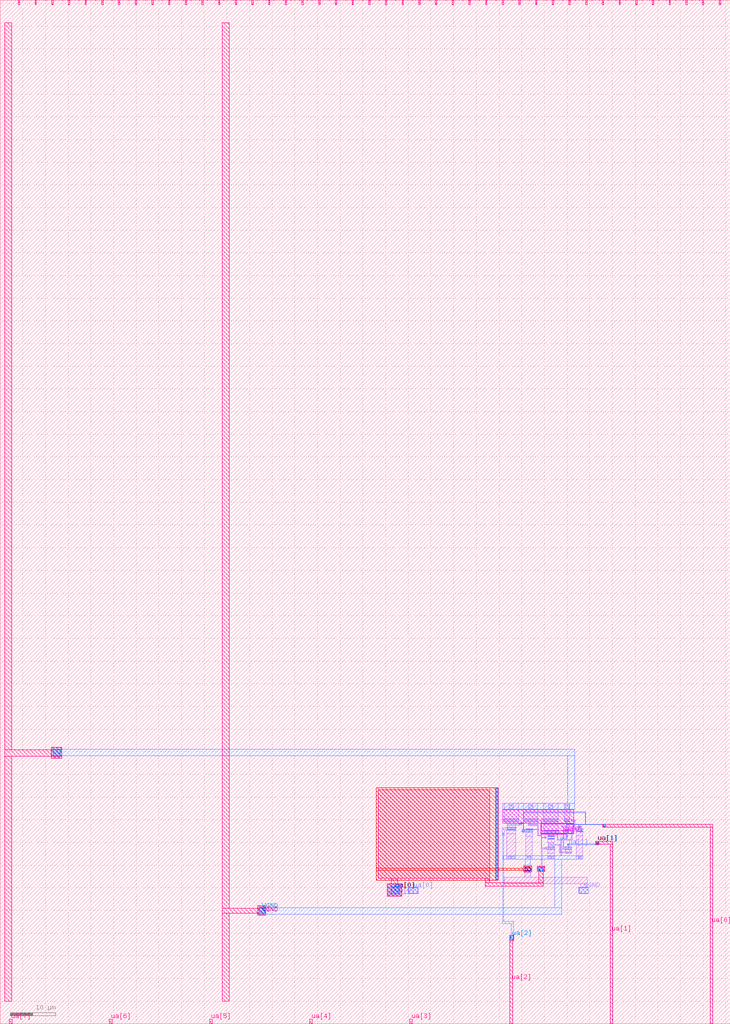
<source format=lef>
VERSION 5.7 ;
  NOWIREEXTENSIONATPIN ON ;
  DIVIDERCHAR "/" ;
  BUSBITCHARS "[]" ;
MACRO tt_um_duk_lif
  CLASS BLOCK ;
  FOREIGN tt_um_duk_lif ;
  ORIGIN 0.000 0.000 ;
  SIZE 161.000 BY 225.760 ;
  PIN clk
    DIRECTION INPUT ;
    USE SIGNAL ;
    PORT
      LAYER met4 ;
        RECT 154.870 224.760 155.170 225.760 ;
    END
  END clk
  PIN ena
    DIRECTION INPUT ;
    USE SIGNAL ;
    PORT
      LAYER met4 ;
        RECT 158.550 224.760 158.850 225.760 ;
    END
  END ena
  PIN rst_n
    DIRECTION INPUT ;
    USE SIGNAL ;
    PORT
      LAYER met4 ;
        RECT 151.190 224.760 151.490 225.760 ;
    END
  END rst_n
  PIN ua[0]
    DIRECTION INOUT ;
    USE SIGNAL ;
    ANTENNAGATEAREA 1.976400 ;
    ANTENNADIFFAREA 28.198374 ;
    PORT
      LAYER nwell ;
        RECT 110.800 44.260 126.530 47.210 ;
        RECT 114.370 44.075 115.245 44.260 ;
        RECT 119.155 44.055 126.530 44.260 ;
        RECT 119.155 42.525 126.515 44.055 ;
        RECT 119.155 42.045 126.510 42.525 ;
        RECT 119.155 41.850 126.490 42.045 ;
        RECT 119.155 41.820 124.860 41.850 ;
        RECT 123.365 41.785 124.860 41.820 ;
        RECT 123.365 41.760 124.795 41.785 ;
      LAYER li1 ;
        RECT 111.105 45.190 114.355 48.660 ;
        RECT 115.330 45.195 118.580 48.660 ;
        RECT 111.090 45.020 114.370 45.190 ;
        RECT 115.320 45.025 118.600 45.195 ;
        RECT 119.790 45.190 123.040 48.660 ;
        RECT 115.320 44.555 118.600 44.725 ;
        RECT 119.175 44.650 119.510 45.075 ;
        RECT 119.770 45.020 123.050 45.190 ;
        RECT 124.410 45.185 125.610 48.660 ;
        RECT 124.390 45.015 125.630 45.185 ;
        RECT 116.495 43.950 116.875 44.555 ;
        RECT 116.495 43.935 118.695 43.950 ;
        RECT 116.495 43.700 118.705 43.935 ;
        RECT 118.490 42.930 118.705 43.700 ;
        RECT 115.190 42.355 115.650 42.835 ;
        RECT 115.870 42.760 118.710 42.930 ;
        RECT 118.490 41.605 118.705 42.760 ;
        RECT 119.275 42.565 119.445 44.650 ;
        RECT 119.770 44.550 123.050 44.720 ;
        RECT 120.135 44.270 122.930 44.550 ;
        RECT 124.390 44.545 125.630 44.715 ;
        RECT 124.885 44.350 125.055 44.545 ;
        RECT 120.135 44.100 124.005 44.270 ;
        RECT 124.880 44.145 125.055 44.350 ;
        RECT 120.135 43.910 122.930 44.100 ;
        RECT 119.880 42.700 123.120 43.910 ;
        RECT 123.835 43.515 124.005 44.100 ;
        RECT 124.815 43.805 125.140 44.145 ;
        RECT 123.835 43.510 125.345 43.515 ;
        RECT 123.835 43.345 125.355 43.510 ;
        RECT 124.555 42.920 125.355 43.345 ;
        RECT 127.445 43.215 127.890 43.585 ;
        RECT 127.550 42.980 127.760 43.215 ;
        RECT 124.535 42.750 125.375 42.920 ;
        RECT 126.985 42.810 128.525 42.980 ;
        RECT 119.180 42.170 119.555 42.565 ;
        RECT 119.860 42.530 123.140 42.700 ;
        RECT 119.290 41.605 119.460 42.170 ;
        RECT 118.490 41.425 119.465 41.605 ;
        RECT 118.505 41.420 119.465 41.425 ;
        RECT 119.290 41.175 119.460 41.420 ;
        RECT 120.085 41.175 120.390 41.255 ;
        RECT 119.290 41.150 120.390 41.175 ;
        RECT 119.285 41.005 120.390 41.150 ;
        RECT 119.285 38.795 119.460 41.005 ;
        RECT 120.085 40.900 120.390 41.005 ;
        RECT 120.205 38.795 120.545 38.890 ;
        RECT 119.285 38.620 120.545 38.795 ;
        RECT 119.285 34.755 119.500 38.620 ;
        RECT 120.205 38.540 120.545 38.620 ;
        RECT 118.465 33.585 120.130 34.755 ;
        RECT 85.405 30.105 88.605 30.860 ;
        RECT 85.405 28.695 92.135 30.105 ;
        RECT 85.405 28.070 88.605 28.695 ;
      LAYER mcon ;
        RECT 112.305 47.580 113.140 48.335 ;
        RECT 116.580 47.570 117.415 48.325 ;
        RECT 120.970 47.565 121.805 48.320 ;
        RECT 111.170 45.020 114.290 45.190 ;
        RECT 115.400 45.025 118.520 45.195 ;
        RECT 124.615 47.545 125.450 48.300 ;
        RECT 115.400 44.555 118.520 44.725 ;
        RECT 119.850 45.020 122.970 45.190 ;
        RECT 124.470 45.015 125.550 45.185 ;
        RECT 115.250 42.440 115.600 42.770 ;
        RECT 115.950 42.760 117.330 42.930 ;
        RECT 119.850 44.550 122.970 44.720 ;
        RECT 124.470 44.545 125.550 44.715 ;
        RECT 124.875 43.860 125.075 44.070 ;
        RECT 127.575 43.305 127.785 43.490 ;
        RECT 124.615 42.750 125.295 42.920 ;
        RECT 127.065 42.810 128.445 42.980 ;
        RECT 119.940 42.530 123.060 42.700 ;
        RECT 118.780 33.735 119.795 34.570 ;
        RECT 86.220 28.720 87.980 30.215 ;
        RECT 90.065 28.775 92.050 30.025 ;
      LAYER met1 ;
        RECT 11.280 60.590 13.530 60.980 ;
        RECT 11.280 59.065 126.730 60.590 ;
        RECT 11.280 58.520 13.530 59.065 ;
        RECT 125.205 48.660 126.730 59.065 ;
        RECT 110.800 47.265 126.730 48.660 ;
        RECT 110.800 47.260 126.485 47.265 ;
        RECT 115.325 46.530 129.175 46.715 ;
        RECT 115.330 45.675 115.495 46.530 ;
        RECT 115.335 45.225 115.495 45.675 ;
        RECT 111.110 44.990 114.350 45.220 ;
        RECT 115.335 44.995 118.580 45.225 ;
        RECT 115.335 44.755 115.495 44.995 ;
        RECT 119.790 44.990 123.030 45.220 ;
        RECT 124.410 44.985 125.610 45.215 ;
        RECT 115.335 44.525 118.580 44.755 ;
        RECT 115.335 42.920 115.495 44.525 ;
        RECT 119.790 44.520 123.030 44.750 ;
        RECT 124.410 44.515 125.610 44.745 ;
        RECT 124.815 44.040 125.140 44.145 ;
        RECT 129.005 44.040 129.175 46.530 ;
        RECT 124.815 43.900 133.460 44.040 ;
        RECT 124.815 43.895 129.175 43.900 ;
        RECT 129.525 43.895 133.460 43.900 ;
        RECT 124.815 43.805 125.140 43.895 ;
        RECT 127.600 43.585 127.740 43.895 ;
        RECT 127.445 43.215 127.890 43.585 ;
        RECT 132.870 43.390 133.460 43.895 ;
        RECT 115.110 42.255 115.725 42.920 ;
        RECT 115.890 42.730 117.390 42.960 ;
        RECT 119.880 42.500 123.120 42.730 ;
        RECT 124.555 42.720 125.355 42.950 ;
        RECT 127.005 42.780 128.505 43.010 ;
        RECT 115.335 42.250 115.550 42.255 ;
        RECT 118.465 33.585 120.130 34.755 ;
        RECT 85.405 28.070 88.605 30.860 ;
        RECT 90.005 28.745 92.110 30.055 ;
      LAYER via ;
        RECT 11.700 59.100 13.180 60.480 ;
        RECT 132.970 43.490 133.380 43.950 ;
        RECT 118.780 33.735 119.795 34.570 ;
        RECT 86.220 28.720 87.980 30.215 ;
      LAYER met2 ;
        RECT 11.280 58.520 13.530 60.980 ;
        RECT 132.870 43.390 133.460 44.040 ;
        RECT 118.465 33.585 120.130 34.755 ;
        RECT 85.405 28.070 88.605 30.860 ;
      LAYER via2 ;
        RECT 11.700 59.100 13.180 60.480 ;
        RECT 132.970 43.490 133.380 43.950 ;
        RECT 118.780 33.735 119.795 34.570 ;
        RECT 86.220 28.720 87.980 30.215 ;
      LAYER met3 ;
        RECT 11.280 58.520 13.530 60.980 ;
        RECT 132.870 43.390 133.460 44.040 ;
        RECT 118.465 33.585 120.130 34.755 ;
        RECT 85.405 28.070 88.605 30.860 ;
      LAYER via3 ;
        RECT 11.700 59.100 13.180 60.480 ;
        RECT 132.970 43.490 133.380 43.950 ;
        RECT 118.780 33.735 119.795 34.570 ;
        RECT 86.220 28.720 87.980 30.215 ;
      LAYER met4 ;
        RECT 1.000 60.400 2.500 220.760 ;
        RECT 11.280 60.400 13.530 60.980 ;
        RECT 1.000 59.040 13.530 60.400 ;
        RECT 1.000 5.000 2.500 59.040 ;
        RECT 11.280 58.520 13.530 59.040 ;
        RECT 83.365 32.045 107.975 51.655 ;
        RECT 132.870 43.990 133.460 44.040 ;
        RECT 132.870 43.390 157.160 43.990 ;
        RECT 118.465 33.585 120.130 34.755 ;
        RECT 86.200 30.860 87.615 32.045 ;
        RECT 107.015 31.145 107.975 32.045 ;
        RECT 118.780 31.145 119.800 33.585 ;
        RECT 107.015 31.130 119.800 31.145 ;
        RECT 85.405 28.070 88.605 30.860 ;
        RECT 107.015 30.330 119.765 31.130 ;
        RECT 156.560 0.000 157.160 43.390 ;
    END
  END ua[0]
  PIN ua[1]
    DIRECTION INOUT ;
    USE SIGNAL ;
    ANTENNADIFFAREA 0.435000 ;
    PORT
      LAYER li1 ;
        RECT 125.080 39.335 125.525 39.705 ;
        RECT 125.185 39.040 125.405 39.335 ;
        RECT 124.540 38.870 126.080 39.040 ;
      LAYER mcon ;
        RECT 125.195 39.415 125.390 39.640 ;
        RECT 124.620 38.870 126.000 39.040 ;
      LAYER met1 ;
        RECT 125.080 39.650 125.525 39.705 ;
        RECT 131.380 39.650 132.040 40.200 ;
        RECT 125.080 39.445 132.040 39.650 ;
        RECT 125.080 39.335 125.525 39.445 ;
        RECT 131.380 39.440 132.040 39.445 ;
        RECT 124.560 38.840 126.060 39.070 ;
      LAYER via ;
        RECT 131.520 39.610 131.940 40.080 ;
      LAYER met2 ;
        RECT 131.380 39.440 132.040 40.200 ;
      LAYER via2 ;
        RECT 131.520 39.610 131.940 40.080 ;
      LAYER met3 ;
        RECT 131.380 39.440 132.040 40.200 ;
      LAYER via3 ;
        RECT 131.520 39.610 131.940 40.080 ;
      LAYER met4 ;
        RECT 131.380 39.600 135.080 40.200 ;
        RECT 131.380 39.440 132.040 39.600 ;
        RECT 134.480 0.000 135.080 39.600 ;
    END
  END ua[1]
  PIN ua[2]
    DIRECTION INOUT ;
    USE SIGNAL ;
    PORT
      LAYER met2 ;
        RECT 110.705 41.525 111.175 42.000 ;
        RECT 110.785 22.560 111.100 41.525 ;
        RECT 110.680 22.035 113.230 22.560 ;
        RECT 112.705 19.475 113.230 22.035 ;
        RECT 112.400 18.330 113.235 19.475 ;
      LAYER via2 ;
        RECT 112.500 18.475 113.130 19.300 ;
      LAYER met3 ;
        RECT 112.400 18.330 113.235 19.475 ;
      LAYER via3 ;
        RECT 112.500 18.475 113.130 19.300 ;
      LAYER met4 ;
        RECT 112.400 18.330 113.235 19.475 ;
        RECT 112.400 0.000 113.000 18.330 ;
    END
  END ua[2]
  PIN ua[3]
    DIRECTION INOUT ;
    USE SIGNAL ;
    PORT
      LAYER met4 ;
        RECT 90.320 0.000 90.920 1.000 ;
    END
  END ua[3]
  PIN ua[4]
    DIRECTION INOUT ;
    USE SIGNAL ;
    PORT
      LAYER met4 ;
        RECT 68.240 0.000 68.840 1.000 ;
    END
  END ua[4]
  PIN ua[5]
    DIRECTION INOUT ;
    USE SIGNAL ;
    PORT
      LAYER met4 ;
        RECT 46.160 0.000 46.760 1.000 ;
    END
  END ua[5]
  PIN ua[6]
    DIRECTION INOUT ;
    USE SIGNAL ;
    PORT
      LAYER met4 ;
        RECT 24.080 0.000 24.680 1.000 ;
    END
  END ua[6]
  PIN ua[7]
    DIRECTION INOUT ;
    USE SIGNAL ;
    PORT
      LAYER met4 ;
        RECT 2.000 0.000 2.600 1.000 ;
    END
  END ua[7]
  PIN ui_in[0]
    DIRECTION INPUT ;
    USE SIGNAL ;
    PORT
      LAYER met4 ;
        RECT 147.510 224.760 147.810 225.760 ;
    END
  END ui_in[0]
  PIN ui_in[1]
    DIRECTION INPUT ;
    USE SIGNAL ;
    PORT
      LAYER met4 ;
        RECT 143.830 224.760 144.130 225.760 ;
    END
  END ui_in[1]
  PIN ui_in[2]
    DIRECTION INPUT ;
    USE SIGNAL ;
    PORT
      LAYER met4 ;
        RECT 140.150 224.760 140.450 225.760 ;
    END
  END ui_in[2]
  PIN ui_in[3]
    DIRECTION INPUT ;
    USE SIGNAL ;
    PORT
      LAYER met4 ;
        RECT 136.470 224.760 136.770 225.760 ;
    END
  END ui_in[3]
  PIN ui_in[4]
    DIRECTION INPUT ;
    USE SIGNAL ;
    PORT
      LAYER met4 ;
        RECT 132.790 224.760 133.090 225.760 ;
    END
  END ui_in[4]
  PIN ui_in[5]
    DIRECTION INPUT ;
    USE SIGNAL ;
    PORT
      LAYER met4 ;
        RECT 129.110 224.760 129.410 225.760 ;
    END
  END ui_in[5]
  PIN ui_in[6]
    DIRECTION INPUT ;
    USE SIGNAL ;
    PORT
      LAYER met4 ;
        RECT 125.430 224.760 125.730 225.760 ;
    END
  END ui_in[6]
  PIN ui_in[7]
    DIRECTION INPUT ;
    USE SIGNAL ;
    PORT
      LAYER met4 ;
        RECT 121.750 224.760 122.050 225.760 ;
    END
  END ui_in[7]
  PIN uio_in[0]
    DIRECTION INPUT ;
    USE SIGNAL ;
    PORT
      LAYER met4 ;
        RECT 118.070 224.760 118.370 225.760 ;
    END
  END uio_in[0]
  PIN uio_in[1]
    DIRECTION INPUT ;
    USE SIGNAL ;
    PORT
      LAYER met4 ;
        RECT 114.390 224.760 114.690 225.760 ;
    END
  END uio_in[1]
  PIN uio_in[2]
    DIRECTION INPUT ;
    USE SIGNAL ;
    PORT
      LAYER met4 ;
        RECT 110.710 224.760 111.010 225.760 ;
    END
  END uio_in[2]
  PIN uio_in[3]
    DIRECTION INPUT ;
    USE SIGNAL ;
    PORT
      LAYER met4 ;
        RECT 107.030 224.760 107.330 225.760 ;
    END
  END uio_in[3]
  PIN uio_in[4]
    DIRECTION INPUT ;
    USE SIGNAL ;
    PORT
      LAYER met4 ;
        RECT 103.350 224.760 103.650 225.760 ;
    END
  END uio_in[4]
  PIN uio_in[5]
    DIRECTION INPUT ;
    USE SIGNAL ;
    PORT
      LAYER met4 ;
        RECT 99.670 224.760 99.970 225.760 ;
    END
  END uio_in[5]
  PIN uio_in[6]
    DIRECTION INPUT ;
    USE SIGNAL ;
    PORT
      LAYER met4 ;
        RECT 95.990 224.760 96.290 225.760 ;
    END
  END uio_in[6]
  PIN uio_in[7]
    DIRECTION INPUT ;
    USE SIGNAL ;
    PORT
      LAYER met4 ;
        RECT 92.310 224.760 92.610 225.760 ;
    END
  END uio_in[7]
  PIN uio_oe[0]
    DIRECTION OUTPUT ;
    USE SIGNAL ;
    PORT
      LAYER met4 ;
        RECT 29.750 224.760 30.050 225.760 ;
    END
  END uio_oe[0]
  PIN uio_oe[1]
    DIRECTION OUTPUT ;
    USE SIGNAL ;
    PORT
      LAYER met4 ;
        RECT 26.070 224.760 26.370 225.760 ;
    END
  END uio_oe[1]
  PIN uio_oe[2]
    DIRECTION OUTPUT ;
    USE SIGNAL ;
    PORT
      LAYER met4 ;
        RECT 22.390 224.760 22.690 225.760 ;
    END
  END uio_oe[2]
  PIN uio_oe[3]
    DIRECTION OUTPUT ;
    USE SIGNAL ;
    PORT
      LAYER met4 ;
        RECT 18.710 224.760 19.010 225.760 ;
    END
  END uio_oe[3]
  PIN uio_oe[4]
    DIRECTION OUTPUT ;
    USE SIGNAL ;
    PORT
      LAYER met4 ;
        RECT 15.030 224.760 15.330 225.760 ;
    END
  END uio_oe[4]
  PIN uio_oe[5]
    DIRECTION OUTPUT ;
    USE SIGNAL ;
    PORT
      LAYER met4 ;
        RECT 11.350 224.760 11.650 225.760 ;
    END
  END uio_oe[5]
  PIN uio_oe[6]
    DIRECTION OUTPUT ;
    USE SIGNAL ;
    PORT
      LAYER met4 ;
        RECT 7.670 224.760 7.970 225.760 ;
    END
  END uio_oe[6]
  PIN uio_oe[7]
    DIRECTION OUTPUT ;
    USE SIGNAL ;
    PORT
      LAYER met4 ;
        RECT 3.990 224.760 4.290 225.760 ;
    END
  END uio_oe[7]
  PIN uio_out[0]
    DIRECTION OUTPUT ;
    USE SIGNAL ;
    PORT
      LAYER met4 ;
        RECT 59.190 224.760 59.490 225.760 ;
    END
  END uio_out[0]
  PIN uio_out[1]
    DIRECTION OUTPUT ;
    USE SIGNAL ;
    PORT
      LAYER met4 ;
        RECT 55.510 224.760 55.810 225.760 ;
    END
  END uio_out[1]
  PIN uio_out[2]
    DIRECTION OUTPUT ;
    USE SIGNAL ;
    PORT
      LAYER met4 ;
        RECT 51.830 224.760 52.130 225.760 ;
    END
  END uio_out[2]
  PIN uio_out[3]
    DIRECTION OUTPUT ;
    USE SIGNAL ;
    PORT
      LAYER met4 ;
        RECT 48.150 224.760 48.450 225.760 ;
    END
  END uio_out[3]
  PIN uio_out[4]
    DIRECTION OUTPUT ;
    USE SIGNAL ;
    PORT
      LAYER met4 ;
        RECT 44.470 224.760 44.770 225.760 ;
    END
  END uio_out[4]
  PIN uio_out[5]
    DIRECTION OUTPUT ;
    USE SIGNAL ;
    PORT
      LAYER met4 ;
        RECT 40.790 224.760 41.090 225.760 ;
    END
  END uio_out[5]
  PIN uio_out[6]
    DIRECTION OUTPUT ;
    USE SIGNAL ;
    PORT
      LAYER met4 ;
        RECT 37.110 224.760 37.410 225.760 ;
    END
  END uio_out[6]
  PIN uio_out[7]
    DIRECTION OUTPUT ;
    USE SIGNAL ;
    PORT
      LAYER met4 ;
        RECT 33.430 224.760 33.730 225.760 ;
    END
  END uio_out[7]
  PIN uo_out[0]
    DIRECTION OUTPUT ;
    USE SIGNAL ;
    PORT
      LAYER met4 ;
        RECT 88.630 224.760 88.930 225.760 ;
    END
  END uo_out[0]
  PIN uo_out[1]
    DIRECTION OUTPUT ;
    USE SIGNAL ;
    PORT
      LAYER met4 ;
        RECT 84.950 224.760 85.250 225.760 ;
    END
  END uo_out[1]
  PIN uo_out[2]
    DIRECTION OUTPUT ;
    USE SIGNAL ;
    PORT
      LAYER met4 ;
        RECT 81.270 224.760 81.570 225.760 ;
    END
  END uo_out[2]
  PIN uo_out[3]
    DIRECTION OUTPUT ;
    USE SIGNAL ;
    PORT
      LAYER met4 ;
        RECT 77.590 224.760 77.890 225.760 ;
    END
  END uo_out[3]
  PIN uo_out[4]
    DIRECTION OUTPUT ;
    USE SIGNAL ;
    PORT
      LAYER met4 ;
        RECT 73.910 224.760 74.210 225.760 ;
    END
  END uo_out[4]
  PIN uo_out[5]
    DIRECTION OUTPUT ;
    USE SIGNAL ;
    PORT
      LAYER met4 ;
        RECT 70.230 224.760 70.530 225.760 ;
    END
  END uo_out[5]
  PIN uo_out[6]
    DIRECTION OUTPUT ;
    USE SIGNAL ;
    PORT
      LAYER met4 ;
        RECT 66.550 224.760 66.850 225.760 ;
    END
  END uo_out[6]
  PIN uo_out[7]
    DIRECTION OUTPUT ;
    USE SIGNAL ;
    PORT
      LAYER met4 ;
        RECT 62.870 224.760 63.170 225.760 ;
    END
  END uo_out[7]
  PIN VGND
    DIRECTION INOUT ;
    USE GROUND ;
    PORT
      LAYER li1 ;
        RECT 111.720 42.665 113.760 42.835 ;
        RECT 111.740 41.930 113.740 42.665 ;
        RECT 115.870 42.290 117.410 42.460 ;
        RECT 111.750 36.320 113.740 41.930 ;
        RECT 115.885 41.330 117.390 42.290 ;
        RECT 124.535 42.280 125.375 42.450 ;
        RECT 126.985 42.340 128.525 42.510 ;
        RECT 124.870 41.625 125.040 42.280 ;
        RECT 115.940 36.320 117.300 41.330 ;
        RECT 124.800 41.275 125.145 41.625 ;
        RECT 127.005 41.510 128.505 42.340 ;
        RECT 120.760 38.385 122.300 38.555 ;
        RECT 120.780 37.560 122.280 38.385 ;
        RECT 120.790 36.320 122.275 37.560 ;
        RECT 127.010 36.320 128.500 41.510 ;
        RECT 115.430 33.565 117.220 34.715 ;
        RECT 115.635 33.315 117.050 33.565 ;
        RECT 115.630 32.280 117.050 33.315 ;
        RECT 111.155 30.865 129.495 32.280 ;
        RECT 128.080 30.105 129.495 30.865 ;
        RECT 127.575 28.695 129.735 30.105 ;
      LAYER mcon ;
        RECT 111.800 42.665 113.680 42.835 ;
        RECT 115.950 42.290 117.330 42.460 ;
        RECT 124.615 42.280 125.295 42.450 ;
        RECT 127.065 42.340 128.445 42.510 ;
        RECT 124.880 41.350 125.055 41.525 ;
        RECT 112.045 36.510 113.410 36.915 ;
        RECT 120.840 38.385 122.220 38.555 ;
        RECT 116.240 36.560 117.010 36.950 ;
        RECT 120.945 36.510 122.095 36.930 ;
        RECT 127.435 36.525 128.135 36.980 ;
        RECT 115.780 33.760 116.885 34.535 ;
        RECT 127.660 28.775 129.645 30.025 ;
      LAYER met1 ;
        RECT 111.740 42.635 113.740 42.865 ;
        RECT 115.890 42.260 117.390 42.490 ;
        RECT 124.555 42.250 125.355 42.480 ;
        RECT 127.005 42.310 128.505 42.540 ;
        RECT 124.800 41.275 125.145 41.625 ;
        RECT 124.855 41.090 125.095 41.275 ;
        RECT 123.590 40.850 125.095 41.090 ;
        RECT 120.780 38.355 122.280 38.585 ;
        RECT 123.590 37.100 123.830 40.850 ;
        RECT 110.950 36.320 128.510 37.100 ;
        RECT 115.835 34.940 116.885 36.320 ;
        RECT 115.430 33.565 117.220 34.940 ;
        RECT 56.800 25.635 58.550 26.030 ;
        RECT 122.345 25.635 123.795 36.320 ;
        RECT 127.600 28.745 129.705 30.055 ;
        RECT 56.800 24.185 123.795 25.635 ;
        RECT 56.800 23.890 58.550 24.185 ;
      LAYER via ;
        RECT 115.780 33.760 116.885 34.535 ;
        RECT 57.070 24.380 58.280 25.570 ;
      LAYER met2 ;
        RECT 115.430 33.565 117.220 34.715 ;
        RECT 56.800 23.890 58.550 26.030 ;
      LAYER via2 ;
        RECT 115.780 33.760 116.885 34.535 ;
        RECT 57.070 24.380 58.280 25.570 ;
      LAYER met3 ;
        RECT 82.970 34.275 109.830 52.050 ;
        RECT 115.430 34.275 117.220 34.715 ;
        RECT 82.970 33.860 117.220 34.275 ;
        RECT 82.970 31.650 109.830 33.860 ;
        RECT 115.430 33.565 117.220 33.860 ;
        RECT 56.800 23.890 58.550 26.030 ;
      LAYER via3 ;
        RECT 109.410 31.790 109.730 51.910 ;
        RECT 57.070 24.380 58.280 25.570 ;
      LAYER met4 ;
        RECT 49.000 25.460 50.500 220.760 ;
        RECT 109.330 31.710 109.810 51.990 ;
        RECT 56.800 25.460 58.550 26.030 ;
        RECT 49.000 24.340 58.550 25.460 ;
        RECT 49.000 5.000 50.500 24.340 ;
        RECT 56.800 23.890 58.550 24.340 ;
    END
  END VGND
  OBS
      LAYER li1 ;
        RECT 125.945 44.985 126.275 45.050 ;
        RECT 126.570 44.985 126.780 44.990 ;
        RECT 125.945 44.815 126.780 44.985 ;
        RECT 111.090 44.550 114.370 44.720 ;
        RECT 125.945 44.710 126.275 44.815 ;
        RECT 111.805 43.955 113.685 44.550 ;
        RECT 114.650 44.140 114.985 44.415 ;
        RECT 114.710 43.955 114.925 44.140 ;
        RECT 111.805 43.770 114.925 43.955 ;
        RECT 111.805 43.305 113.685 43.770 ;
        RECT 126.570 43.420 126.780 44.815 ;
        RECT 110.705 43.185 111.175 43.210 ;
        RECT 110.705 42.790 111.495 43.185 ;
        RECT 111.720 43.135 113.760 43.305 ;
        RECT 125.900 43.250 126.780 43.420 ;
        RECT 110.705 41.525 111.175 42.790 ;
        RECT 124.045 42.430 124.360 42.765 ;
        RECT 119.860 42.060 123.140 42.230 ;
        RECT 120.760 41.780 122.140 42.060 ;
        RECT 120.760 41.605 122.965 41.780 ;
        RECT 120.760 41.405 122.140 41.605 ;
        RECT 120.710 41.235 122.250 41.405 ;
        RECT 122.795 41.240 122.965 41.605 ;
        RECT 122.795 41.050 122.970 41.240 ;
        RECT 120.710 40.765 122.250 40.935 ;
        RECT 120.730 39.960 122.230 40.765 ;
        RECT 122.800 40.680 122.970 41.050 ;
        RECT 124.115 40.680 124.295 42.430 ;
        RECT 125.900 40.680 126.130 43.250 ;
        RECT 126.570 42.880 126.780 43.250 ;
        RECT 126.430 42.480 126.800 42.880 ;
        RECT 122.800 40.510 126.130 40.680 ;
        RECT 120.875 39.595 122.090 39.960 ;
        RECT 120.875 39.585 123.495 39.595 ;
        RECT 120.875 39.415 123.500 39.585 ;
        RECT 120.875 39.025 122.090 39.415 ;
        RECT 120.760 38.855 122.300 39.025 ;
        RECT 123.295 37.930 123.500 39.415 ;
        RECT 124.115 38.915 124.305 40.510 ;
        RECT 124.515 40.505 125.935 40.510 ;
        RECT 124.085 38.535 124.360 38.915 ;
        RECT 124.540 38.400 126.080 38.570 ;
        RECT 124.555 37.930 126.065 38.400 ;
        RECT 123.295 37.745 126.065 37.930 ;
        RECT 124.555 37.560 126.065 37.745 ;
      LAYER mcon ;
        RECT 111.170 44.550 114.290 44.720 ;
        RECT 111.800 43.135 113.680 43.305 ;
        RECT 119.940 42.060 123.060 42.230 ;
        RECT 110.785 41.620 111.100 41.905 ;
        RECT 120.790 41.235 122.170 41.405 ;
        RECT 120.790 40.765 122.170 40.935 ;
        RECT 120.840 38.855 122.220 39.025 ;
        RECT 124.620 38.400 126.000 38.570 ;
      LAYER met1 ;
        RECT 111.110 44.520 114.350 44.750 ;
        RECT 111.740 43.105 113.740 43.335 ;
        RECT 119.880 42.030 123.120 42.260 ;
        RECT 110.705 41.525 111.175 42.000 ;
        RECT 120.730 41.205 122.230 41.435 ;
        RECT 120.730 40.735 122.230 40.965 ;
        RECT 120.780 38.825 122.280 39.055 ;
        RECT 124.560 38.370 126.060 38.600 ;
  END
END tt_um_duk_lif
END LIBRARY


</source>
